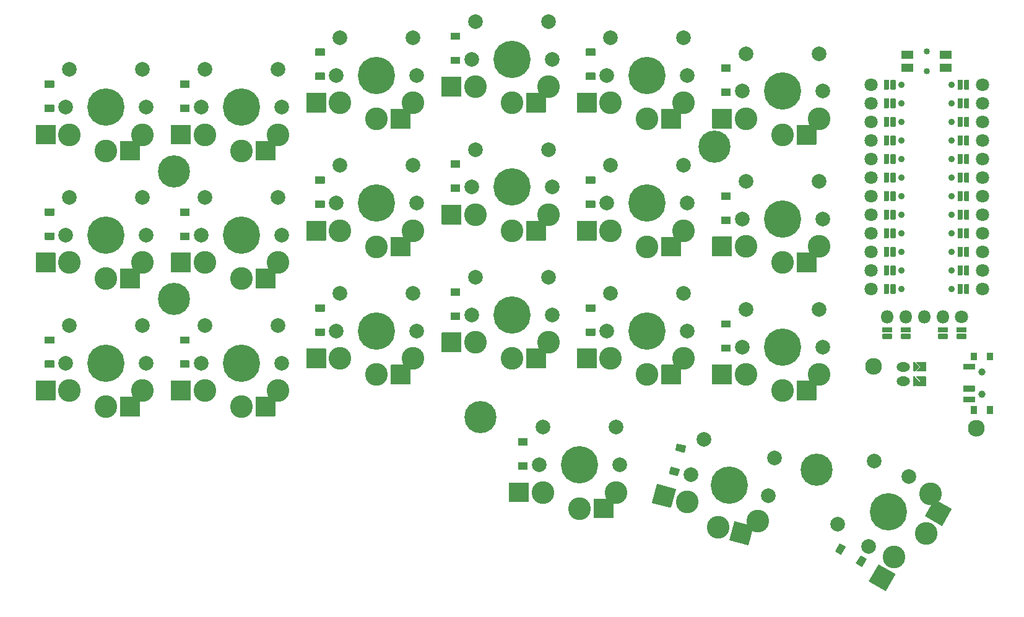
<source format=gbs>
G04 #@! TF.GenerationSoftware,KiCad,Pcbnew,8.0.8+1*
G04 #@! TF.CreationDate,2025-07-09T04:58:13+00:00*
G04 #@! TF.ProjectId,corney_island_wireless,636f726e-6579-45f6-9973-6c616e645f77,0.2*
G04 #@! TF.SameCoordinates,Original*
G04 #@! TF.FileFunction,Soldermask,Bot*
G04 #@! TF.FilePolarity,Negative*
%FSLAX46Y46*%
G04 Gerber Fmt 4.6, Leading zero omitted, Abs format (unit mm)*
G04 Created by KiCad (PCBNEW 8.0.8+1) date 2025-07-09 04:58:13*
%MOMM*%
%LPD*%
G01*
G04 APERTURE LIST*
%ADD10C,2.300000*%
%ADD11C,4.400000*%
%ADD12C,5.100000*%
%ADD13C,2.000000*%
%ADD14C,3.100000*%
%ADD15C,1.800000*%
%ADD16C,0.900000*%
%ADD17O,1.800000X1.800000*%
%ADD18C,1.000000*%
%ADD19C,0.850000*%
%ADD20O,1.850000X1.300000*%
G04 APERTURE END LIST*
D10*
X204927000Y-100438500D03*
X218969000Y-108882500D03*
D11*
X109250000Y-73750000D03*
X109250000Y-91250000D03*
X183218000Y-70423500D03*
X151157000Y-107365000D03*
X197157608Y-114631748D03*
D12*
X100000000Y-100000000D03*
D13*
X94500000Y-100000000D03*
X105500000Y-100000000D03*
X105000000Y-94850000D03*
D14*
X100000000Y-105950000D03*
G36*
G01*
X104625000Y-104650000D02*
X104625000Y-107250000D01*
G75*
G02*
X104575000Y-107300000I-50000J0D01*
G01*
X101975000Y-107300000D01*
G75*
G02*
X101925000Y-107250000I0J50000D01*
G01*
X101925000Y-104650000D01*
G75*
G02*
X101975000Y-104600000I50000J0D01*
G01*
X104575000Y-104600000D01*
G75*
G02*
X104625000Y-104650000I0J-50000D01*
G01*
G37*
G36*
G01*
X93075000Y-102450000D02*
X93075000Y-105050000D01*
G75*
G02*
X93025000Y-105100000I-50000J0D01*
G01*
X90425000Y-105100000D01*
G75*
G02*
X90375000Y-105050000I0J50000D01*
G01*
X90375000Y-102450000D01*
G75*
G02*
X90425000Y-102400000I50000J0D01*
G01*
X93025000Y-102400000D01*
G75*
G02*
X93075000Y-102450000I0J-50000D01*
G01*
G37*
X95000000Y-103750000D03*
D12*
X100000000Y-82500000D03*
D13*
X94500000Y-82500000D03*
X105500000Y-82500000D03*
X105000000Y-77350000D03*
D14*
X100000000Y-88450000D03*
G36*
G01*
X104625000Y-87150000D02*
X104625000Y-89750000D01*
G75*
G02*
X104575000Y-89800000I-50000J0D01*
G01*
X101975000Y-89800000D01*
G75*
G02*
X101925000Y-89750000I0J50000D01*
G01*
X101925000Y-87150000D01*
G75*
G02*
X101975000Y-87100000I50000J0D01*
G01*
X104575000Y-87100000D01*
G75*
G02*
X104625000Y-87150000I0J-50000D01*
G01*
G37*
G36*
G01*
X93075000Y-84950000D02*
X93075000Y-87550000D01*
G75*
G02*
X93025000Y-87600000I-50000J0D01*
G01*
X90425000Y-87600000D01*
G75*
G02*
X90375000Y-87550000I0J50000D01*
G01*
X90375000Y-84950000D01*
G75*
G02*
X90425000Y-84900000I50000J0D01*
G01*
X93025000Y-84900000D01*
G75*
G02*
X93075000Y-84950000I0J-50000D01*
G01*
G37*
X95000000Y-86250000D03*
D12*
X100000000Y-65000000D03*
D13*
X94500000Y-65000000D03*
X105500000Y-65000000D03*
X105000000Y-59850000D03*
D14*
X100000000Y-70950000D03*
G36*
G01*
X104625000Y-69650000D02*
X104625000Y-72250000D01*
G75*
G02*
X104575000Y-72300000I-50000J0D01*
G01*
X101975000Y-72300000D01*
G75*
G02*
X101925000Y-72250000I0J50000D01*
G01*
X101925000Y-69650000D01*
G75*
G02*
X101975000Y-69600000I50000J0D01*
G01*
X104575000Y-69600000D01*
G75*
G02*
X104625000Y-69650000I0J-50000D01*
G01*
G37*
G36*
G01*
X93075000Y-67450000D02*
X93075000Y-70050000D01*
G75*
G02*
X93025000Y-70100000I-50000J0D01*
G01*
X90425000Y-70100000D01*
G75*
G02*
X90375000Y-70050000I0J50000D01*
G01*
X90375000Y-67450000D01*
G75*
G02*
X90425000Y-67400000I50000J0D01*
G01*
X93025000Y-67400000D01*
G75*
G02*
X93075000Y-67450000I0J-50000D01*
G01*
G37*
X95000000Y-68750000D03*
D12*
X118500000Y-100000000D03*
D13*
X113000000Y-100000000D03*
X124000000Y-100000000D03*
X123500000Y-94850000D03*
D14*
X118500000Y-105950000D03*
G36*
G01*
X123125000Y-104650000D02*
X123125000Y-107250000D01*
G75*
G02*
X123075000Y-107300000I-50000J0D01*
G01*
X120475000Y-107300000D01*
G75*
G02*
X120425000Y-107250000I0J50000D01*
G01*
X120425000Y-104650000D01*
G75*
G02*
X120475000Y-104600000I50000J0D01*
G01*
X123075000Y-104600000D01*
G75*
G02*
X123125000Y-104650000I0J-50000D01*
G01*
G37*
G36*
G01*
X111575000Y-102450000D02*
X111575000Y-105050000D01*
G75*
G02*
X111525000Y-105100000I-50000J0D01*
G01*
X108925000Y-105100000D01*
G75*
G02*
X108875000Y-105050000I0J50000D01*
G01*
X108875000Y-102450000D01*
G75*
G02*
X108925000Y-102400000I50000J0D01*
G01*
X111525000Y-102400000D01*
G75*
G02*
X111575000Y-102450000I0J-50000D01*
G01*
G37*
X113500000Y-103750000D03*
D12*
X118500000Y-82500000D03*
D13*
X113000000Y-82500000D03*
X124000000Y-82500000D03*
X123500000Y-77350000D03*
D14*
X118500000Y-88450000D03*
G36*
G01*
X123125000Y-87150000D02*
X123125000Y-89750000D01*
G75*
G02*
X123075000Y-89800000I-50000J0D01*
G01*
X120475000Y-89800000D01*
G75*
G02*
X120425000Y-89750000I0J50000D01*
G01*
X120425000Y-87150000D01*
G75*
G02*
X120475000Y-87100000I50000J0D01*
G01*
X123075000Y-87100000D01*
G75*
G02*
X123125000Y-87150000I0J-50000D01*
G01*
G37*
G36*
G01*
X111575000Y-84950000D02*
X111575000Y-87550000D01*
G75*
G02*
X111525000Y-87600000I-50000J0D01*
G01*
X108925000Y-87600000D01*
G75*
G02*
X108875000Y-87550000I0J50000D01*
G01*
X108875000Y-84950000D01*
G75*
G02*
X108925000Y-84900000I50000J0D01*
G01*
X111525000Y-84900000D01*
G75*
G02*
X111575000Y-84950000I0J-50000D01*
G01*
G37*
X113500000Y-86250000D03*
D12*
X118500000Y-65000000D03*
D13*
X113000000Y-65000000D03*
X124000000Y-65000000D03*
X123500000Y-59850000D03*
D14*
X118500000Y-70950000D03*
G36*
G01*
X123125000Y-69650000D02*
X123125000Y-72250000D01*
G75*
G02*
X123075000Y-72300000I-50000J0D01*
G01*
X120475000Y-72300000D01*
G75*
G02*
X120425000Y-72250000I0J50000D01*
G01*
X120425000Y-69650000D01*
G75*
G02*
X120475000Y-69600000I50000J0D01*
G01*
X123075000Y-69600000D01*
G75*
G02*
X123125000Y-69650000I0J-50000D01*
G01*
G37*
G36*
G01*
X111575000Y-67450000D02*
X111575000Y-70050000D01*
G75*
G02*
X111525000Y-70100000I-50000J0D01*
G01*
X108925000Y-70100000D01*
G75*
G02*
X108875000Y-70050000I0J50000D01*
G01*
X108875000Y-67450000D01*
G75*
G02*
X108925000Y-67400000I50000J0D01*
G01*
X111525000Y-67400000D01*
G75*
G02*
X111575000Y-67450000I0J-50000D01*
G01*
G37*
X113500000Y-68750000D03*
D12*
X137000000Y-95625000D03*
D13*
X131500000Y-95625000D03*
X142500000Y-95625000D03*
X142000000Y-90475000D03*
D14*
X137000000Y-101575000D03*
G36*
G01*
X141625000Y-100275000D02*
X141625000Y-102875000D01*
G75*
G02*
X141575000Y-102925000I-50000J0D01*
G01*
X138975000Y-102925000D01*
G75*
G02*
X138925000Y-102875000I0J50000D01*
G01*
X138925000Y-100275000D01*
G75*
G02*
X138975000Y-100225000I50000J0D01*
G01*
X141575000Y-100225000D01*
G75*
G02*
X141625000Y-100275000I0J-50000D01*
G01*
G37*
G36*
G01*
X130075000Y-98075000D02*
X130075000Y-100675000D01*
G75*
G02*
X130025000Y-100725000I-50000J0D01*
G01*
X127425000Y-100725000D01*
G75*
G02*
X127375000Y-100675000I0J50000D01*
G01*
X127375000Y-98075000D01*
G75*
G02*
X127425000Y-98025000I50000J0D01*
G01*
X130025000Y-98025000D01*
G75*
G02*
X130075000Y-98075000I0J-50000D01*
G01*
G37*
X132000000Y-99375000D03*
D12*
X137000000Y-78125000D03*
D13*
X131500000Y-78125000D03*
X142500000Y-78125000D03*
X142000000Y-72975000D03*
D14*
X137000000Y-84075000D03*
G36*
G01*
X141625000Y-82775000D02*
X141625000Y-85375000D01*
G75*
G02*
X141575000Y-85425000I-50000J0D01*
G01*
X138975000Y-85425000D01*
G75*
G02*
X138925000Y-85375000I0J50000D01*
G01*
X138925000Y-82775000D01*
G75*
G02*
X138975000Y-82725000I50000J0D01*
G01*
X141575000Y-82725000D01*
G75*
G02*
X141625000Y-82775000I0J-50000D01*
G01*
G37*
G36*
G01*
X130075000Y-80575000D02*
X130075000Y-83175000D01*
G75*
G02*
X130025000Y-83225000I-50000J0D01*
G01*
X127425000Y-83225000D01*
G75*
G02*
X127375000Y-83175000I0J50000D01*
G01*
X127375000Y-80575000D01*
G75*
G02*
X127425000Y-80525000I50000J0D01*
G01*
X130025000Y-80525000D01*
G75*
G02*
X130075000Y-80575000I0J-50000D01*
G01*
G37*
X132000000Y-81875000D03*
D12*
X137000000Y-60625000D03*
D13*
X131500000Y-60625000D03*
X142500000Y-60625000D03*
X142000000Y-55475000D03*
D14*
X137000000Y-66575000D03*
G36*
G01*
X141625000Y-65275000D02*
X141625000Y-67875000D01*
G75*
G02*
X141575000Y-67925000I-50000J0D01*
G01*
X138975000Y-67925000D01*
G75*
G02*
X138925000Y-67875000I0J50000D01*
G01*
X138925000Y-65275000D01*
G75*
G02*
X138975000Y-65225000I50000J0D01*
G01*
X141575000Y-65225000D01*
G75*
G02*
X141625000Y-65275000I0J-50000D01*
G01*
G37*
G36*
G01*
X130075000Y-63075000D02*
X130075000Y-65675000D01*
G75*
G02*
X130025000Y-65725000I-50000J0D01*
G01*
X127425000Y-65725000D01*
G75*
G02*
X127375000Y-65675000I0J50000D01*
G01*
X127375000Y-63075000D01*
G75*
G02*
X127425000Y-63025000I50000J0D01*
G01*
X130025000Y-63025000D01*
G75*
G02*
X130075000Y-63075000I0J-50000D01*
G01*
G37*
X132000000Y-64375000D03*
D12*
X155500000Y-93437500D03*
D13*
X150000000Y-93437500D03*
X161000000Y-93437500D03*
X160500000Y-88287500D03*
D14*
X155500000Y-99387500D03*
G36*
G01*
X160125000Y-98087500D02*
X160125000Y-100687500D01*
G75*
G02*
X160075000Y-100737500I-50000J0D01*
G01*
X157475000Y-100737500D01*
G75*
G02*
X157425000Y-100687500I0J50000D01*
G01*
X157425000Y-98087500D01*
G75*
G02*
X157475000Y-98037500I50000J0D01*
G01*
X160075000Y-98037500D01*
G75*
G02*
X160125000Y-98087500I0J-50000D01*
G01*
G37*
G36*
G01*
X148575000Y-95887500D02*
X148575000Y-98487500D01*
G75*
G02*
X148525000Y-98537500I-50000J0D01*
G01*
X145925000Y-98537500D01*
G75*
G02*
X145875000Y-98487500I0J50000D01*
G01*
X145875000Y-95887500D01*
G75*
G02*
X145925000Y-95837500I50000J0D01*
G01*
X148525000Y-95837500D01*
G75*
G02*
X148575000Y-95887500I0J-50000D01*
G01*
G37*
X150500000Y-97187500D03*
D12*
X155500000Y-75937500D03*
D13*
X150000000Y-75937500D03*
X161000000Y-75937500D03*
X160500000Y-70787500D03*
D14*
X155500000Y-81887500D03*
G36*
G01*
X160125000Y-80587500D02*
X160125000Y-83187500D01*
G75*
G02*
X160075000Y-83237500I-50000J0D01*
G01*
X157475000Y-83237500D01*
G75*
G02*
X157425000Y-83187500I0J50000D01*
G01*
X157425000Y-80587500D01*
G75*
G02*
X157475000Y-80537500I50000J0D01*
G01*
X160075000Y-80537500D01*
G75*
G02*
X160125000Y-80587500I0J-50000D01*
G01*
G37*
G36*
G01*
X148575000Y-78387500D02*
X148575000Y-80987500D01*
G75*
G02*
X148525000Y-81037500I-50000J0D01*
G01*
X145925000Y-81037500D01*
G75*
G02*
X145875000Y-80987500I0J50000D01*
G01*
X145875000Y-78387500D01*
G75*
G02*
X145925000Y-78337500I50000J0D01*
G01*
X148525000Y-78337500D01*
G75*
G02*
X148575000Y-78387500I0J-50000D01*
G01*
G37*
X150500000Y-79687500D03*
D12*
X155500000Y-58437500D03*
D13*
X150000000Y-58437500D03*
X161000000Y-58437500D03*
X160500000Y-53287500D03*
D14*
X155500000Y-64387500D03*
G36*
G01*
X160125000Y-63087500D02*
X160125000Y-65687500D01*
G75*
G02*
X160075000Y-65737500I-50000J0D01*
G01*
X157475000Y-65737500D01*
G75*
G02*
X157425000Y-65687500I0J50000D01*
G01*
X157425000Y-63087500D01*
G75*
G02*
X157475000Y-63037500I50000J0D01*
G01*
X160075000Y-63037500D01*
G75*
G02*
X160125000Y-63087500I0J-50000D01*
G01*
G37*
G36*
G01*
X148575000Y-60887500D02*
X148575000Y-63487500D01*
G75*
G02*
X148525000Y-63537500I-50000J0D01*
G01*
X145925000Y-63537500D01*
G75*
G02*
X145875000Y-63487500I0J50000D01*
G01*
X145875000Y-60887500D01*
G75*
G02*
X145925000Y-60837500I50000J0D01*
G01*
X148525000Y-60837500D01*
G75*
G02*
X148575000Y-60887500I0J-50000D01*
G01*
G37*
X150500000Y-62187500D03*
D12*
X174000000Y-95625000D03*
D13*
X168500000Y-95625000D03*
X179500000Y-95625000D03*
X179000000Y-90475000D03*
D14*
X174000000Y-101575000D03*
G36*
G01*
X178625000Y-100275000D02*
X178625000Y-102875000D01*
G75*
G02*
X178575000Y-102925000I-50000J0D01*
G01*
X175975000Y-102925000D01*
G75*
G02*
X175925000Y-102875000I0J50000D01*
G01*
X175925000Y-100275000D01*
G75*
G02*
X175975000Y-100225000I50000J0D01*
G01*
X178575000Y-100225000D01*
G75*
G02*
X178625000Y-100275000I0J-50000D01*
G01*
G37*
G36*
G01*
X167075000Y-98075000D02*
X167075000Y-100675000D01*
G75*
G02*
X167025000Y-100725000I-50000J0D01*
G01*
X164425000Y-100725000D01*
G75*
G02*
X164375000Y-100675000I0J50000D01*
G01*
X164375000Y-98075000D01*
G75*
G02*
X164425000Y-98025000I50000J0D01*
G01*
X167025000Y-98025000D01*
G75*
G02*
X167075000Y-98075000I0J-50000D01*
G01*
G37*
X169000000Y-99375000D03*
D12*
X174000000Y-78125000D03*
D13*
X168500000Y-78125000D03*
X179500000Y-78125000D03*
X179000000Y-72975000D03*
D14*
X174000000Y-84075000D03*
G36*
G01*
X178625000Y-82775000D02*
X178625000Y-85375000D01*
G75*
G02*
X178575000Y-85425000I-50000J0D01*
G01*
X175975000Y-85425000D01*
G75*
G02*
X175925000Y-85375000I0J50000D01*
G01*
X175925000Y-82775000D01*
G75*
G02*
X175975000Y-82725000I50000J0D01*
G01*
X178575000Y-82725000D01*
G75*
G02*
X178625000Y-82775000I0J-50000D01*
G01*
G37*
G36*
G01*
X167075000Y-80575000D02*
X167075000Y-83175000D01*
G75*
G02*
X167025000Y-83225000I-50000J0D01*
G01*
X164425000Y-83225000D01*
G75*
G02*
X164375000Y-83175000I0J50000D01*
G01*
X164375000Y-80575000D01*
G75*
G02*
X164425000Y-80525000I50000J0D01*
G01*
X167025000Y-80525000D01*
G75*
G02*
X167075000Y-80575000I0J-50000D01*
G01*
G37*
X169000000Y-81875000D03*
D12*
X174000000Y-60625000D03*
D13*
X168500000Y-60625000D03*
X179500000Y-60625000D03*
X179000000Y-55475000D03*
D14*
X174000000Y-66575000D03*
G36*
G01*
X178625000Y-65275000D02*
X178625000Y-67875000D01*
G75*
G02*
X178575000Y-67925000I-50000J0D01*
G01*
X175975000Y-67925000D01*
G75*
G02*
X175925000Y-67875000I0J50000D01*
G01*
X175925000Y-65275000D01*
G75*
G02*
X175975000Y-65225000I50000J0D01*
G01*
X178575000Y-65225000D01*
G75*
G02*
X178625000Y-65275000I0J-50000D01*
G01*
G37*
G36*
G01*
X167075000Y-63075000D02*
X167075000Y-65675000D01*
G75*
G02*
X167025000Y-65725000I-50000J0D01*
G01*
X164425000Y-65725000D01*
G75*
G02*
X164375000Y-65675000I0J50000D01*
G01*
X164375000Y-63075000D01*
G75*
G02*
X164425000Y-63025000I50000J0D01*
G01*
X167025000Y-63025000D01*
G75*
G02*
X167075000Y-63075000I0J-50000D01*
G01*
G37*
X169000000Y-64375000D03*
D12*
X192500000Y-97812500D03*
D13*
X187000000Y-97812500D03*
X198000000Y-97812500D03*
X197500000Y-92662500D03*
D14*
X192500000Y-103762500D03*
G36*
G01*
X197125000Y-102462500D02*
X197125000Y-105062500D01*
G75*
G02*
X197075000Y-105112500I-50000J0D01*
G01*
X194475000Y-105112500D01*
G75*
G02*
X194425000Y-105062500I0J50000D01*
G01*
X194425000Y-102462500D01*
G75*
G02*
X194475000Y-102412500I50000J0D01*
G01*
X197075000Y-102412500D01*
G75*
G02*
X197125000Y-102462500I0J-50000D01*
G01*
G37*
G36*
G01*
X185575000Y-100262500D02*
X185575000Y-102862500D01*
G75*
G02*
X185525000Y-102912500I-50000J0D01*
G01*
X182925000Y-102912500D01*
G75*
G02*
X182875000Y-102862500I0J50000D01*
G01*
X182875000Y-100262500D01*
G75*
G02*
X182925000Y-100212500I50000J0D01*
G01*
X185525000Y-100212500D01*
G75*
G02*
X185575000Y-100262500I0J-50000D01*
G01*
G37*
X187500000Y-101562500D03*
D12*
X192500000Y-80312500D03*
D13*
X187000000Y-80312500D03*
X198000000Y-80312500D03*
X197500000Y-75162500D03*
D14*
X192500000Y-86262500D03*
G36*
G01*
X197125000Y-84962500D02*
X197125000Y-87562500D01*
G75*
G02*
X197075000Y-87612500I-50000J0D01*
G01*
X194475000Y-87612500D01*
G75*
G02*
X194425000Y-87562500I0J50000D01*
G01*
X194425000Y-84962500D01*
G75*
G02*
X194475000Y-84912500I50000J0D01*
G01*
X197075000Y-84912500D01*
G75*
G02*
X197125000Y-84962500I0J-50000D01*
G01*
G37*
G36*
G01*
X185575000Y-82762500D02*
X185575000Y-85362500D01*
G75*
G02*
X185525000Y-85412500I-50000J0D01*
G01*
X182925000Y-85412500D01*
G75*
G02*
X182875000Y-85362500I0J50000D01*
G01*
X182875000Y-82762500D01*
G75*
G02*
X182925000Y-82712500I50000J0D01*
G01*
X185525000Y-82712500D01*
G75*
G02*
X185575000Y-82762500I0J-50000D01*
G01*
G37*
X187500000Y-84062500D03*
D12*
X192500000Y-62812500D03*
D13*
X187000000Y-62812500D03*
X198000000Y-62812500D03*
X197500000Y-57662500D03*
D14*
X192500000Y-68762500D03*
G36*
G01*
X197125000Y-67462500D02*
X197125000Y-70062500D01*
G75*
G02*
X197075000Y-70112500I-50000J0D01*
G01*
X194475000Y-70112500D01*
G75*
G02*
X194425000Y-70062500I0J50000D01*
G01*
X194425000Y-67462500D01*
G75*
G02*
X194475000Y-67412500I50000J0D01*
G01*
X197075000Y-67412500D01*
G75*
G02*
X197125000Y-67462500I0J-50000D01*
G01*
G37*
G36*
G01*
X185575000Y-65262500D02*
X185575000Y-67862500D01*
G75*
G02*
X185525000Y-67912500I-50000J0D01*
G01*
X182925000Y-67912500D01*
G75*
G02*
X182875000Y-67862500I0J50000D01*
G01*
X182875000Y-65262500D01*
G75*
G02*
X182925000Y-65212500I50000J0D01*
G01*
X185525000Y-65212500D01*
G75*
G02*
X185575000Y-65262500I0J-50000D01*
G01*
G37*
X187500000Y-66562500D03*
D12*
X164750000Y-113937500D03*
D13*
X159250000Y-113937500D03*
X170250000Y-113937500D03*
X169750000Y-108787500D03*
D14*
X164750000Y-119887500D03*
G36*
G01*
X169375000Y-118587500D02*
X169375000Y-121187500D01*
G75*
G02*
X169325000Y-121237500I-50000J0D01*
G01*
X166725000Y-121237500D01*
G75*
G02*
X166675000Y-121187500I0J50000D01*
G01*
X166675000Y-118587500D01*
G75*
G02*
X166725000Y-118537500I50000J0D01*
G01*
X169325000Y-118537500D01*
G75*
G02*
X169375000Y-118587500I0J-50000D01*
G01*
G37*
G36*
G01*
X157825000Y-116387500D02*
X157825000Y-118987500D01*
G75*
G02*
X157775000Y-119037500I-50000J0D01*
G01*
X155175000Y-119037500D01*
G75*
G02*
X155125000Y-118987500I0J50000D01*
G01*
X155125000Y-116387500D01*
G75*
G02*
X155175000Y-116337500I50000J0D01*
G01*
X157775000Y-116337500D01*
G75*
G02*
X157825000Y-116387500I0J-50000D01*
G01*
G37*
X159750000Y-117687500D03*
D12*
X185250000Y-116687500D03*
D13*
X179937408Y-115263995D03*
X190562592Y-118111005D03*
X191412547Y-113007077D03*
D14*
X183710027Y-122434759D03*
G36*
G01*
X188513898Y-122376093D02*
X187840969Y-124887500D01*
G75*
G02*
X187779732Y-124922855I-48296J12941D01*
G01*
X185268325Y-124249926D01*
G75*
G02*
X185232970Y-124188689I12941J48296D01*
G01*
X185905899Y-121677282D01*
G75*
G02*
X185967136Y-121641927I48296J-12941D01*
G01*
X188478543Y-122314856D01*
G75*
G02*
X188513898Y-122376093I-12941J-48296D01*
G01*
G37*
G36*
G01*
X177926856Y-117261696D02*
X177253927Y-119773103D01*
G75*
G02*
X177192690Y-119808458I-48296J12941D01*
G01*
X174681283Y-119135529D01*
G75*
G02*
X174645928Y-119074292I12941J48296D01*
G01*
X175318857Y-116562885D01*
G75*
G02*
X175380094Y-116527530I48296J-12941D01*
G01*
X177891501Y-117200459D01*
G75*
G02*
X177926856Y-117261696I-12941J-48296D01*
G01*
G37*
X179449799Y-119015627D03*
D12*
X207013843Y-120322248D03*
D13*
X204263843Y-125085388D03*
X209763843Y-115559108D03*
X205053812Y-113417121D03*
D14*
X212166694Y-123297248D03*
G36*
G01*
X213353361Y-118641881D02*
X215605027Y-119941881D01*
G75*
G02*
X215623328Y-120010182I-25000J-43301D01*
G01*
X214323328Y-122261848D01*
G75*
G02*
X214255027Y-122280149I-43301J25000D01*
G01*
X212003361Y-120980149D01*
G75*
G02*
X211985060Y-120911848I25000J43301D01*
G01*
X213285060Y-118660182D01*
G75*
G02*
X213353361Y-118641881I43301J-25000D01*
G01*
G37*
G36*
G01*
X205673105Y-127544474D02*
X207924771Y-128844474D01*
G75*
G02*
X207943072Y-128912775I-25000J-43301D01*
G01*
X206643072Y-131164441D01*
G75*
G02*
X206574771Y-131182742I-43301J25000D01*
G01*
X204323105Y-129882742D01*
G75*
G02*
X204304804Y-129814441I25000J43301D01*
G01*
X205604804Y-127562775D01*
G75*
G02*
X205673105Y-127544474I43301J-25000D01*
G01*
G37*
X207761438Y-126527375D03*
G36*
G01*
X91650000Y-96350000D02*
X92850000Y-96350000D01*
G75*
G02*
X92900000Y-96400000I0J-50000D01*
G01*
X92900000Y-97300000D01*
G75*
G02*
X92850000Y-97350000I-50000J0D01*
G01*
X91650000Y-97350000D01*
G75*
G02*
X91600000Y-97300000I0J50000D01*
G01*
X91600000Y-96400000D01*
G75*
G02*
X91650000Y-96350000I50000J0D01*
G01*
G37*
G36*
G01*
X91650000Y-99650000D02*
X92850000Y-99650000D01*
G75*
G02*
X92900000Y-99700000I0J-50000D01*
G01*
X92900000Y-100600000D01*
G75*
G02*
X92850000Y-100650000I-50000J0D01*
G01*
X91650000Y-100650000D01*
G75*
G02*
X91600000Y-100600000I0J50000D01*
G01*
X91600000Y-99700000D01*
G75*
G02*
X91650000Y-99650000I50000J0D01*
G01*
G37*
G36*
G01*
X91650000Y-78850000D02*
X92850000Y-78850000D01*
G75*
G02*
X92900000Y-78900000I0J-50000D01*
G01*
X92900000Y-79800000D01*
G75*
G02*
X92850000Y-79850000I-50000J0D01*
G01*
X91650000Y-79850000D01*
G75*
G02*
X91600000Y-79800000I0J50000D01*
G01*
X91600000Y-78900000D01*
G75*
G02*
X91650000Y-78850000I50000J0D01*
G01*
G37*
G36*
G01*
X91650000Y-82150000D02*
X92850000Y-82150000D01*
G75*
G02*
X92900000Y-82200000I0J-50000D01*
G01*
X92900000Y-83100000D01*
G75*
G02*
X92850000Y-83150000I-50000J0D01*
G01*
X91650000Y-83150000D01*
G75*
G02*
X91600000Y-83100000I0J50000D01*
G01*
X91600000Y-82200000D01*
G75*
G02*
X91650000Y-82150000I50000J0D01*
G01*
G37*
G36*
G01*
X91650000Y-61350000D02*
X92850000Y-61350000D01*
G75*
G02*
X92900000Y-61400000I0J-50000D01*
G01*
X92900000Y-62300000D01*
G75*
G02*
X92850000Y-62350000I-50000J0D01*
G01*
X91650000Y-62350000D01*
G75*
G02*
X91600000Y-62300000I0J50000D01*
G01*
X91600000Y-61400000D01*
G75*
G02*
X91650000Y-61350000I50000J0D01*
G01*
G37*
G36*
G01*
X91650000Y-64650000D02*
X92850000Y-64650000D01*
G75*
G02*
X92900000Y-64700000I0J-50000D01*
G01*
X92900000Y-65600000D01*
G75*
G02*
X92850000Y-65650000I-50000J0D01*
G01*
X91650000Y-65650000D01*
G75*
G02*
X91600000Y-65600000I0J50000D01*
G01*
X91600000Y-64700000D01*
G75*
G02*
X91650000Y-64650000I50000J0D01*
G01*
G37*
G36*
G01*
X110150000Y-96350000D02*
X111350000Y-96350000D01*
G75*
G02*
X111400000Y-96400000I0J-50000D01*
G01*
X111400000Y-97300000D01*
G75*
G02*
X111350000Y-97350000I-50000J0D01*
G01*
X110150000Y-97350000D01*
G75*
G02*
X110100000Y-97300000I0J50000D01*
G01*
X110100000Y-96400000D01*
G75*
G02*
X110150000Y-96350000I50000J0D01*
G01*
G37*
G36*
G01*
X110150000Y-99650000D02*
X111350000Y-99650000D01*
G75*
G02*
X111400000Y-99700000I0J-50000D01*
G01*
X111400000Y-100600000D01*
G75*
G02*
X111350000Y-100650000I-50000J0D01*
G01*
X110150000Y-100650000D01*
G75*
G02*
X110100000Y-100600000I0J50000D01*
G01*
X110100000Y-99700000D01*
G75*
G02*
X110150000Y-99650000I50000J0D01*
G01*
G37*
G36*
G01*
X110150000Y-78850000D02*
X111350000Y-78850000D01*
G75*
G02*
X111400000Y-78900000I0J-50000D01*
G01*
X111400000Y-79800000D01*
G75*
G02*
X111350000Y-79850000I-50000J0D01*
G01*
X110150000Y-79850000D01*
G75*
G02*
X110100000Y-79800000I0J50000D01*
G01*
X110100000Y-78900000D01*
G75*
G02*
X110150000Y-78850000I50000J0D01*
G01*
G37*
G36*
G01*
X110150000Y-82150000D02*
X111350000Y-82150000D01*
G75*
G02*
X111400000Y-82200000I0J-50000D01*
G01*
X111400000Y-83100000D01*
G75*
G02*
X111350000Y-83150000I-50000J0D01*
G01*
X110150000Y-83150000D01*
G75*
G02*
X110100000Y-83100000I0J50000D01*
G01*
X110100000Y-82200000D01*
G75*
G02*
X110150000Y-82150000I50000J0D01*
G01*
G37*
G36*
G01*
X110150000Y-61350000D02*
X111350000Y-61350000D01*
G75*
G02*
X111400000Y-61400000I0J-50000D01*
G01*
X111400000Y-62300000D01*
G75*
G02*
X111350000Y-62350000I-50000J0D01*
G01*
X110150000Y-62350000D01*
G75*
G02*
X110100000Y-62300000I0J50000D01*
G01*
X110100000Y-61400000D01*
G75*
G02*
X110150000Y-61350000I50000J0D01*
G01*
G37*
G36*
G01*
X110150000Y-64650000D02*
X111350000Y-64650000D01*
G75*
G02*
X111400000Y-64700000I0J-50000D01*
G01*
X111400000Y-65600000D01*
G75*
G02*
X111350000Y-65650000I-50000J0D01*
G01*
X110150000Y-65650000D01*
G75*
G02*
X110100000Y-65600000I0J50000D01*
G01*
X110100000Y-64700000D01*
G75*
G02*
X110150000Y-64650000I50000J0D01*
G01*
G37*
G36*
G01*
X128650000Y-91975000D02*
X129850000Y-91975000D01*
G75*
G02*
X129900000Y-92025000I0J-50000D01*
G01*
X129900000Y-92925000D01*
G75*
G02*
X129850000Y-92975000I-50000J0D01*
G01*
X128650000Y-92975000D01*
G75*
G02*
X128600000Y-92925000I0J50000D01*
G01*
X128600000Y-92025000D01*
G75*
G02*
X128650000Y-91975000I50000J0D01*
G01*
G37*
G36*
G01*
X128650000Y-95275000D02*
X129850000Y-95275000D01*
G75*
G02*
X129900000Y-95325000I0J-50000D01*
G01*
X129900000Y-96225000D01*
G75*
G02*
X129850000Y-96275000I-50000J0D01*
G01*
X128650000Y-96275000D01*
G75*
G02*
X128600000Y-96225000I0J50000D01*
G01*
X128600000Y-95325000D01*
G75*
G02*
X128650000Y-95275000I50000J0D01*
G01*
G37*
G36*
G01*
X128650000Y-74475000D02*
X129850000Y-74475000D01*
G75*
G02*
X129900000Y-74525000I0J-50000D01*
G01*
X129900000Y-75425000D01*
G75*
G02*
X129850000Y-75475000I-50000J0D01*
G01*
X128650000Y-75475000D01*
G75*
G02*
X128600000Y-75425000I0J50000D01*
G01*
X128600000Y-74525000D01*
G75*
G02*
X128650000Y-74475000I50000J0D01*
G01*
G37*
G36*
G01*
X128650000Y-77775000D02*
X129850000Y-77775000D01*
G75*
G02*
X129900000Y-77825000I0J-50000D01*
G01*
X129900000Y-78725000D01*
G75*
G02*
X129850000Y-78775000I-50000J0D01*
G01*
X128650000Y-78775000D01*
G75*
G02*
X128600000Y-78725000I0J50000D01*
G01*
X128600000Y-77825000D01*
G75*
G02*
X128650000Y-77775000I50000J0D01*
G01*
G37*
G36*
G01*
X128650000Y-56975000D02*
X129850000Y-56975000D01*
G75*
G02*
X129900000Y-57025000I0J-50000D01*
G01*
X129900000Y-57925000D01*
G75*
G02*
X129850000Y-57975000I-50000J0D01*
G01*
X128650000Y-57975000D01*
G75*
G02*
X128600000Y-57925000I0J50000D01*
G01*
X128600000Y-57025000D01*
G75*
G02*
X128650000Y-56975000I50000J0D01*
G01*
G37*
G36*
G01*
X128650000Y-60275000D02*
X129850000Y-60275000D01*
G75*
G02*
X129900000Y-60325000I0J-50000D01*
G01*
X129900000Y-61225000D01*
G75*
G02*
X129850000Y-61275000I-50000J0D01*
G01*
X128650000Y-61275000D01*
G75*
G02*
X128600000Y-61225000I0J50000D01*
G01*
X128600000Y-60325000D01*
G75*
G02*
X128650000Y-60275000I50000J0D01*
G01*
G37*
G36*
G01*
X147150000Y-89787500D02*
X148350000Y-89787500D01*
G75*
G02*
X148400000Y-89837500I0J-50000D01*
G01*
X148400000Y-90737500D01*
G75*
G02*
X148350000Y-90787500I-50000J0D01*
G01*
X147150000Y-90787500D01*
G75*
G02*
X147100000Y-90737500I0J50000D01*
G01*
X147100000Y-89837500D01*
G75*
G02*
X147150000Y-89787500I50000J0D01*
G01*
G37*
G36*
G01*
X147150000Y-93087500D02*
X148350000Y-93087500D01*
G75*
G02*
X148400000Y-93137500I0J-50000D01*
G01*
X148400000Y-94037500D01*
G75*
G02*
X148350000Y-94087500I-50000J0D01*
G01*
X147150000Y-94087500D01*
G75*
G02*
X147100000Y-94037500I0J50000D01*
G01*
X147100000Y-93137500D01*
G75*
G02*
X147150000Y-93087500I50000J0D01*
G01*
G37*
G36*
G01*
X147150000Y-72287500D02*
X148350000Y-72287500D01*
G75*
G02*
X148400000Y-72337500I0J-50000D01*
G01*
X148400000Y-73237500D01*
G75*
G02*
X148350000Y-73287500I-50000J0D01*
G01*
X147150000Y-73287500D01*
G75*
G02*
X147100000Y-73237500I0J50000D01*
G01*
X147100000Y-72337500D01*
G75*
G02*
X147150000Y-72287500I50000J0D01*
G01*
G37*
G36*
G01*
X147150000Y-75587500D02*
X148350000Y-75587500D01*
G75*
G02*
X148400000Y-75637500I0J-50000D01*
G01*
X148400000Y-76537500D01*
G75*
G02*
X148350000Y-76587500I-50000J0D01*
G01*
X147150000Y-76587500D01*
G75*
G02*
X147100000Y-76537500I0J50000D01*
G01*
X147100000Y-75637500D01*
G75*
G02*
X147150000Y-75587500I50000J0D01*
G01*
G37*
G36*
G01*
X147150000Y-54787500D02*
X148350000Y-54787500D01*
G75*
G02*
X148400000Y-54837500I0J-50000D01*
G01*
X148400000Y-55737500D01*
G75*
G02*
X148350000Y-55787500I-50000J0D01*
G01*
X147150000Y-55787500D01*
G75*
G02*
X147100000Y-55737500I0J50000D01*
G01*
X147100000Y-54837500D01*
G75*
G02*
X147150000Y-54787500I50000J0D01*
G01*
G37*
G36*
G01*
X147150000Y-58087500D02*
X148350000Y-58087500D01*
G75*
G02*
X148400000Y-58137500I0J-50000D01*
G01*
X148400000Y-59037500D01*
G75*
G02*
X148350000Y-59087500I-50000J0D01*
G01*
X147150000Y-59087500D01*
G75*
G02*
X147100000Y-59037500I0J50000D01*
G01*
X147100000Y-58137500D01*
G75*
G02*
X147150000Y-58087500I50000J0D01*
G01*
G37*
G36*
G01*
X165650000Y-91975000D02*
X166850000Y-91975000D01*
G75*
G02*
X166900000Y-92025000I0J-50000D01*
G01*
X166900000Y-92925000D01*
G75*
G02*
X166850000Y-92975000I-50000J0D01*
G01*
X165650000Y-92975000D01*
G75*
G02*
X165600000Y-92925000I0J50000D01*
G01*
X165600000Y-92025000D01*
G75*
G02*
X165650000Y-91975000I50000J0D01*
G01*
G37*
G36*
G01*
X165650000Y-95275000D02*
X166850000Y-95275000D01*
G75*
G02*
X166900000Y-95325000I0J-50000D01*
G01*
X166900000Y-96225000D01*
G75*
G02*
X166850000Y-96275000I-50000J0D01*
G01*
X165650000Y-96275000D01*
G75*
G02*
X165600000Y-96225000I0J50000D01*
G01*
X165600000Y-95325000D01*
G75*
G02*
X165650000Y-95275000I50000J0D01*
G01*
G37*
G36*
G01*
X165650000Y-74475000D02*
X166850000Y-74475000D01*
G75*
G02*
X166900000Y-74525000I0J-50000D01*
G01*
X166900000Y-75425000D01*
G75*
G02*
X166850000Y-75475000I-50000J0D01*
G01*
X165650000Y-75475000D01*
G75*
G02*
X165600000Y-75425000I0J50000D01*
G01*
X165600000Y-74525000D01*
G75*
G02*
X165650000Y-74475000I50000J0D01*
G01*
G37*
G36*
G01*
X165650000Y-77775000D02*
X166850000Y-77775000D01*
G75*
G02*
X166900000Y-77825000I0J-50000D01*
G01*
X166900000Y-78725000D01*
G75*
G02*
X166850000Y-78775000I-50000J0D01*
G01*
X165650000Y-78775000D01*
G75*
G02*
X165600000Y-78725000I0J50000D01*
G01*
X165600000Y-77825000D01*
G75*
G02*
X165650000Y-77775000I50000J0D01*
G01*
G37*
G36*
G01*
X165650000Y-56975000D02*
X166850000Y-56975000D01*
G75*
G02*
X166900000Y-57025000I0J-50000D01*
G01*
X166900000Y-57925000D01*
G75*
G02*
X166850000Y-57975000I-50000J0D01*
G01*
X165650000Y-57975000D01*
G75*
G02*
X165600000Y-57925000I0J50000D01*
G01*
X165600000Y-57025000D01*
G75*
G02*
X165650000Y-56975000I50000J0D01*
G01*
G37*
G36*
G01*
X165650000Y-60275000D02*
X166850000Y-60275000D01*
G75*
G02*
X166900000Y-60325000I0J-50000D01*
G01*
X166900000Y-61225000D01*
G75*
G02*
X166850000Y-61275000I-50000J0D01*
G01*
X165650000Y-61275000D01*
G75*
G02*
X165600000Y-61225000I0J50000D01*
G01*
X165600000Y-60325000D01*
G75*
G02*
X165650000Y-60275000I50000J0D01*
G01*
G37*
G36*
G01*
X184150000Y-94162500D02*
X185350000Y-94162500D01*
G75*
G02*
X185400000Y-94212500I0J-50000D01*
G01*
X185400000Y-95112500D01*
G75*
G02*
X185350000Y-95162500I-50000J0D01*
G01*
X184150000Y-95162500D01*
G75*
G02*
X184100000Y-95112500I0J50000D01*
G01*
X184100000Y-94212500D01*
G75*
G02*
X184150000Y-94162500I50000J0D01*
G01*
G37*
G36*
G01*
X184150000Y-97462500D02*
X185350000Y-97462500D01*
G75*
G02*
X185400000Y-97512500I0J-50000D01*
G01*
X185400000Y-98412500D01*
G75*
G02*
X185350000Y-98462500I-50000J0D01*
G01*
X184150000Y-98462500D01*
G75*
G02*
X184100000Y-98412500I0J50000D01*
G01*
X184100000Y-97512500D01*
G75*
G02*
X184150000Y-97462500I50000J0D01*
G01*
G37*
G36*
G01*
X184150000Y-76662500D02*
X185350000Y-76662500D01*
G75*
G02*
X185400000Y-76712500I0J-50000D01*
G01*
X185400000Y-77612500D01*
G75*
G02*
X185350000Y-77662500I-50000J0D01*
G01*
X184150000Y-77662500D01*
G75*
G02*
X184100000Y-77612500I0J50000D01*
G01*
X184100000Y-76712500D01*
G75*
G02*
X184150000Y-76662500I50000J0D01*
G01*
G37*
G36*
G01*
X184150000Y-79962500D02*
X185350000Y-79962500D01*
G75*
G02*
X185400000Y-80012500I0J-50000D01*
G01*
X185400000Y-80912500D01*
G75*
G02*
X185350000Y-80962500I-50000J0D01*
G01*
X184150000Y-80962500D01*
G75*
G02*
X184100000Y-80912500I0J50000D01*
G01*
X184100000Y-80012500D01*
G75*
G02*
X184150000Y-79962500I50000J0D01*
G01*
G37*
G36*
G01*
X184150000Y-59162500D02*
X185350000Y-59162500D01*
G75*
G02*
X185400000Y-59212500I0J-50000D01*
G01*
X185400000Y-60112500D01*
G75*
G02*
X185350000Y-60162500I-50000J0D01*
G01*
X184150000Y-60162500D01*
G75*
G02*
X184100000Y-60112500I0J50000D01*
G01*
X184100000Y-59212500D01*
G75*
G02*
X184150000Y-59162500I50000J0D01*
G01*
G37*
G36*
G01*
X184150000Y-62462500D02*
X185350000Y-62462500D01*
G75*
G02*
X185400000Y-62512500I0J-50000D01*
G01*
X185400000Y-63412500D01*
G75*
G02*
X185350000Y-63462500I-50000J0D01*
G01*
X184150000Y-63462500D01*
G75*
G02*
X184100000Y-63412500I0J50000D01*
G01*
X184100000Y-62512500D01*
G75*
G02*
X184150000Y-62462500I50000J0D01*
G01*
G37*
G36*
G01*
X156400000Y-110287500D02*
X157600000Y-110287500D01*
G75*
G02*
X157650000Y-110337500I0J-50000D01*
G01*
X157650000Y-111237500D01*
G75*
G02*
X157600000Y-111287500I-50000J0D01*
G01*
X156400000Y-111287500D01*
G75*
G02*
X156350000Y-111237500I0J50000D01*
G01*
X156350000Y-110337500D01*
G75*
G02*
X156400000Y-110287500I50000J0D01*
G01*
G37*
G36*
G01*
X156400000Y-113587500D02*
X157600000Y-113587500D01*
G75*
G02*
X157650000Y-113637500I0J-50000D01*
G01*
X157650000Y-114537500D01*
G75*
G02*
X157600000Y-114587500I-50000J0D01*
G01*
X156400000Y-114587500D01*
G75*
G02*
X156350000Y-114537500I0J50000D01*
G01*
X156350000Y-113637500D01*
G75*
G02*
X156400000Y-113587500I50000J0D01*
G01*
G37*
G36*
G01*
X178129208Y-111000732D02*
X179288319Y-111311315D01*
G75*
G02*
X179323674Y-111372552I-12941J-48296D01*
G01*
X179090737Y-112241885D01*
G75*
G02*
X179029500Y-112277240I-48296J12941D01*
G01*
X177870389Y-111966657D01*
G75*
G02*
X177835034Y-111905420I12941J48296D01*
G01*
X178067971Y-111036087D01*
G75*
G02*
X178129208Y-111000732I48296J-12941D01*
G01*
G37*
G36*
G01*
X177275106Y-114188288D02*
X178434217Y-114498871D01*
G75*
G02*
X178469572Y-114560108I-12941J-48296D01*
G01*
X178236635Y-115429441D01*
G75*
G02*
X178175398Y-115464796I-48296J12941D01*
G01*
X177016287Y-115154213D01*
G75*
G02*
X176980932Y-115092976I12941J48296D01*
G01*
X177213869Y-114223643D01*
G75*
G02*
X177275106Y-114188288I48296J-12941D01*
G01*
G37*
G36*
G01*
X199677851Y-125728560D02*
X200277851Y-124689330D01*
G75*
G02*
X200346152Y-124671029I43301J-25000D01*
G01*
X201125574Y-125121029D01*
G75*
G02*
X201143875Y-125189330I-25000J-43301D01*
G01*
X200543875Y-126228560D01*
G75*
G02*
X200475574Y-126246861I-43301J25000D01*
G01*
X199696152Y-125796861D01*
G75*
G02*
X199677851Y-125728560I25000J43301D01*
G01*
G37*
G36*
G01*
X202535735Y-127378560D02*
X203135735Y-126339330D01*
G75*
G02*
X203204036Y-126321029I43301J-25000D01*
G01*
X203983458Y-126771029D01*
G75*
G02*
X204001759Y-126839330I-25000J-43301D01*
G01*
X203401759Y-127878560D01*
G75*
G02*
X203333458Y-127896861I-43301J25000D01*
G01*
X202554036Y-127446861D01*
G75*
G02*
X202535735Y-127378560I25000J43301D01*
G01*
G37*
D12*
X100000000Y-100000000D03*
D13*
X94500000Y-100000000D03*
X105500000Y-100000000D03*
X95000000Y-94850000D03*
D14*
X100000000Y-105950000D03*
X105000000Y-103750000D03*
D12*
X100000000Y-82500000D03*
D13*
X94500000Y-82500000D03*
X105500000Y-82500000D03*
X95000000Y-77350000D03*
D14*
X100000000Y-88450000D03*
X105000000Y-86250000D03*
D12*
X100000000Y-65000000D03*
D13*
X94500000Y-65000000D03*
X105500000Y-65000000D03*
X95000000Y-59850000D03*
D14*
X100000000Y-70950000D03*
X105000000Y-68750000D03*
D12*
X118500000Y-100000000D03*
D13*
X113000000Y-100000000D03*
X124000000Y-100000000D03*
X113500000Y-94850000D03*
D14*
X118500000Y-105950000D03*
X123500000Y-103750000D03*
D12*
X118500000Y-82500000D03*
D13*
X113000000Y-82500000D03*
X124000000Y-82500000D03*
X113500000Y-77350000D03*
D14*
X118500000Y-88450000D03*
X123500000Y-86250000D03*
D12*
X118500000Y-65000000D03*
D13*
X113000000Y-65000000D03*
X124000000Y-65000000D03*
X113500000Y-59850000D03*
D14*
X118500000Y-70950000D03*
X123500000Y-68750000D03*
D12*
X137000000Y-95625000D03*
D13*
X131500000Y-95625000D03*
X142500000Y-95625000D03*
X132000000Y-90475000D03*
D14*
X137000000Y-101575000D03*
X142000000Y-99375000D03*
D12*
X137000000Y-78125000D03*
D13*
X131500000Y-78125000D03*
X142500000Y-78125000D03*
X132000000Y-72975000D03*
D14*
X137000000Y-84075000D03*
X142000000Y-81875000D03*
D12*
X137000000Y-60625000D03*
D13*
X131500000Y-60625000D03*
X142500000Y-60625000D03*
X132000000Y-55475000D03*
D14*
X137000000Y-66575000D03*
X142000000Y-64375000D03*
D12*
X155500000Y-93437500D03*
D13*
X150000000Y-93437500D03*
X161000000Y-93437500D03*
X150500000Y-88287500D03*
D14*
X155500000Y-99387500D03*
X160500000Y-97187500D03*
D12*
X155500000Y-75937500D03*
D13*
X150000000Y-75937500D03*
X161000000Y-75937500D03*
X150500000Y-70787500D03*
D14*
X155500000Y-81887500D03*
X160500000Y-79687500D03*
D12*
X155500000Y-58437500D03*
D13*
X150000000Y-58437500D03*
X161000000Y-58437500D03*
X150500000Y-53287500D03*
D14*
X155500000Y-64387500D03*
X160500000Y-62187500D03*
D12*
X174000000Y-95625000D03*
D13*
X168500000Y-95625000D03*
X179500000Y-95625000D03*
X169000000Y-90475000D03*
D14*
X174000000Y-101575000D03*
X179000000Y-99375000D03*
D12*
X174000000Y-78125000D03*
D13*
X168500000Y-78125000D03*
X179500000Y-78125000D03*
X169000000Y-72975000D03*
D14*
X174000000Y-84075000D03*
X179000000Y-81875000D03*
D12*
X174000000Y-60625000D03*
D13*
X168500000Y-60625000D03*
X179500000Y-60625000D03*
X169000000Y-55475000D03*
D14*
X174000000Y-66575000D03*
X179000000Y-64375000D03*
D12*
X192500000Y-97812500D03*
D13*
X187000000Y-97812500D03*
X198000000Y-97812500D03*
X187500000Y-92662500D03*
D14*
X192500000Y-103762500D03*
X197500000Y-101562500D03*
D12*
X192500000Y-80312500D03*
D13*
X187000000Y-80312500D03*
X198000000Y-80312500D03*
X187500000Y-75162500D03*
D14*
X192500000Y-86262500D03*
X197500000Y-84062500D03*
D12*
X192500000Y-62812500D03*
D13*
X187000000Y-62812500D03*
X198000000Y-62812500D03*
X187500000Y-57662500D03*
D14*
X192500000Y-68762500D03*
X197500000Y-66562500D03*
D12*
X164750000Y-113937500D03*
D13*
X159250000Y-113937500D03*
X170250000Y-113937500D03*
X159750000Y-108787500D03*
D14*
X164750000Y-119887500D03*
X169750000Y-117687500D03*
D12*
X185250000Y-116687500D03*
D13*
X179937408Y-115263995D03*
X190562592Y-118111005D03*
X181753289Y-110418887D03*
D14*
X183710027Y-122434759D03*
X189109058Y-121603817D03*
D12*
X207013843Y-120322248D03*
D13*
X204263843Y-125085388D03*
X209763843Y-115559108D03*
X200053812Y-122077375D03*
D14*
X212166694Y-123297248D03*
X212761438Y-117867121D03*
D15*
X204584000Y-61920000D03*
X219824000Y-61920000D03*
D16*
X208804000Y-61920000D03*
X215604000Y-61920000D03*
G36*
G01*
X206374000Y-62520000D02*
X206374000Y-61320000D01*
G75*
G02*
X206424000Y-61270000I50000J0D01*
G01*
X207024000Y-61270000D01*
G75*
G02*
X207074000Y-61320000I0J-50000D01*
G01*
X207074000Y-62520000D01*
G75*
G02*
X207024000Y-62570000I-50000J0D01*
G01*
X206424000Y-62570000D01*
G75*
G02*
X206374000Y-62520000I0J50000D01*
G01*
G37*
G36*
G01*
X207274000Y-62520000D02*
X207274000Y-61320000D01*
G75*
G02*
X207324000Y-61270000I50000J0D01*
G01*
X207924000Y-61270000D01*
G75*
G02*
X207974000Y-61320000I0J-50000D01*
G01*
X207974000Y-62520000D01*
G75*
G02*
X207924000Y-62570000I-50000J0D01*
G01*
X207324000Y-62570000D01*
G75*
G02*
X207274000Y-62520000I0J50000D01*
G01*
G37*
G36*
G01*
X216434000Y-62520000D02*
X216434000Y-61320000D01*
G75*
G02*
X216484000Y-61270000I50000J0D01*
G01*
X217084000Y-61270000D01*
G75*
G02*
X217134000Y-61320000I0J-50000D01*
G01*
X217134000Y-62520000D01*
G75*
G02*
X217084000Y-62570000I-50000J0D01*
G01*
X216484000Y-62570000D01*
G75*
G02*
X216434000Y-62520000I0J50000D01*
G01*
G37*
G36*
G01*
X217334000Y-62520000D02*
X217334000Y-61320000D01*
G75*
G02*
X217384000Y-61270000I50000J0D01*
G01*
X217984000Y-61270000D01*
G75*
G02*
X218034000Y-61320000I0J-50000D01*
G01*
X218034000Y-62520000D01*
G75*
G02*
X217984000Y-62570000I-50000J0D01*
G01*
X217384000Y-62570000D01*
G75*
G02*
X217334000Y-62520000I0J50000D01*
G01*
G37*
D15*
X204584000Y-64460000D03*
X219824000Y-64460000D03*
D16*
X208804000Y-64460000D03*
X215604000Y-64460000D03*
G36*
G01*
X206374000Y-65060000D02*
X206374000Y-63860000D01*
G75*
G02*
X206424000Y-63810000I50000J0D01*
G01*
X207024000Y-63810000D01*
G75*
G02*
X207074000Y-63860000I0J-50000D01*
G01*
X207074000Y-65060000D01*
G75*
G02*
X207024000Y-65110000I-50000J0D01*
G01*
X206424000Y-65110000D01*
G75*
G02*
X206374000Y-65060000I0J50000D01*
G01*
G37*
G36*
G01*
X207274000Y-65060000D02*
X207274000Y-63860000D01*
G75*
G02*
X207324000Y-63810000I50000J0D01*
G01*
X207924000Y-63810000D01*
G75*
G02*
X207974000Y-63860000I0J-50000D01*
G01*
X207974000Y-65060000D01*
G75*
G02*
X207924000Y-65110000I-50000J0D01*
G01*
X207324000Y-65110000D01*
G75*
G02*
X207274000Y-65060000I0J50000D01*
G01*
G37*
G36*
G01*
X216434000Y-65060000D02*
X216434000Y-63860000D01*
G75*
G02*
X216484000Y-63810000I50000J0D01*
G01*
X217084000Y-63810000D01*
G75*
G02*
X217134000Y-63860000I0J-50000D01*
G01*
X217134000Y-65060000D01*
G75*
G02*
X217084000Y-65110000I-50000J0D01*
G01*
X216484000Y-65110000D01*
G75*
G02*
X216434000Y-65060000I0J50000D01*
G01*
G37*
G36*
G01*
X217334000Y-65060000D02*
X217334000Y-63860000D01*
G75*
G02*
X217384000Y-63810000I50000J0D01*
G01*
X217984000Y-63810000D01*
G75*
G02*
X218034000Y-63860000I0J-50000D01*
G01*
X218034000Y-65060000D01*
G75*
G02*
X217984000Y-65110000I-50000J0D01*
G01*
X217384000Y-65110000D01*
G75*
G02*
X217334000Y-65060000I0J50000D01*
G01*
G37*
D15*
X204584000Y-67000000D03*
X219824000Y-67000000D03*
D16*
X208804000Y-67000000D03*
X215604000Y-67000000D03*
G36*
G01*
X206374000Y-67600000D02*
X206374000Y-66400000D01*
G75*
G02*
X206424000Y-66350000I50000J0D01*
G01*
X207024000Y-66350000D01*
G75*
G02*
X207074000Y-66400000I0J-50000D01*
G01*
X207074000Y-67600000D01*
G75*
G02*
X207024000Y-67650000I-50000J0D01*
G01*
X206424000Y-67650000D01*
G75*
G02*
X206374000Y-67600000I0J50000D01*
G01*
G37*
G36*
G01*
X207274000Y-67600000D02*
X207274000Y-66400000D01*
G75*
G02*
X207324000Y-66350000I50000J0D01*
G01*
X207924000Y-66350000D01*
G75*
G02*
X207974000Y-66400000I0J-50000D01*
G01*
X207974000Y-67600000D01*
G75*
G02*
X207924000Y-67650000I-50000J0D01*
G01*
X207324000Y-67650000D01*
G75*
G02*
X207274000Y-67600000I0J50000D01*
G01*
G37*
G36*
G01*
X216434000Y-67600000D02*
X216434000Y-66400000D01*
G75*
G02*
X216484000Y-66350000I50000J0D01*
G01*
X217084000Y-66350000D01*
G75*
G02*
X217134000Y-66400000I0J-50000D01*
G01*
X217134000Y-67600000D01*
G75*
G02*
X217084000Y-67650000I-50000J0D01*
G01*
X216484000Y-67650000D01*
G75*
G02*
X216434000Y-67600000I0J50000D01*
G01*
G37*
G36*
G01*
X217334000Y-67600000D02*
X217334000Y-66400000D01*
G75*
G02*
X217384000Y-66350000I50000J0D01*
G01*
X217984000Y-66350000D01*
G75*
G02*
X218034000Y-66400000I0J-50000D01*
G01*
X218034000Y-67600000D01*
G75*
G02*
X217984000Y-67650000I-50000J0D01*
G01*
X217384000Y-67650000D01*
G75*
G02*
X217334000Y-67600000I0J50000D01*
G01*
G37*
D15*
X204584000Y-69540000D03*
X219824000Y-69540000D03*
D16*
X208804000Y-69540000D03*
X215604000Y-69540000D03*
G36*
G01*
X206374000Y-70140000D02*
X206374000Y-68940000D01*
G75*
G02*
X206424000Y-68890000I50000J0D01*
G01*
X207024000Y-68890000D01*
G75*
G02*
X207074000Y-68940000I0J-50000D01*
G01*
X207074000Y-70140000D01*
G75*
G02*
X207024000Y-70190000I-50000J0D01*
G01*
X206424000Y-70190000D01*
G75*
G02*
X206374000Y-70140000I0J50000D01*
G01*
G37*
G36*
G01*
X207274000Y-70140000D02*
X207274000Y-68940000D01*
G75*
G02*
X207324000Y-68890000I50000J0D01*
G01*
X207924000Y-68890000D01*
G75*
G02*
X207974000Y-68940000I0J-50000D01*
G01*
X207974000Y-70140000D01*
G75*
G02*
X207924000Y-70190000I-50000J0D01*
G01*
X207324000Y-70190000D01*
G75*
G02*
X207274000Y-70140000I0J50000D01*
G01*
G37*
G36*
G01*
X216434000Y-70140000D02*
X216434000Y-68940000D01*
G75*
G02*
X216484000Y-68890000I50000J0D01*
G01*
X217084000Y-68890000D01*
G75*
G02*
X217134000Y-68940000I0J-50000D01*
G01*
X217134000Y-70140000D01*
G75*
G02*
X217084000Y-70190000I-50000J0D01*
G01*
X216484000Y-70190000D01*
G75*
G02*
X216434000Y-70140000I0J50000D01*
G01*
G37*
G36*
G01*
X217334000Y-70140000D02*
X217334000Y-68940000D01*
G75*
G02*
X217384000Y-68890000I50000J0D01*
G01*
X217984000Y-68890000D01*
G75*
G02*
X218034000Y-68940000I0J-50000D01*
G01*
X218034000Y-70140000D01*
G75*
G02*
X217984000Y-70190000I-50000J0D01*
G01*
X217384000Y-70190000D01*
G75*
G02*
X217334000Y-70140000I0J50000D01*
G01*
G37*
D15*
X204584000Y-72080000D03*
X219824000Y-72080000D03*
D16*
X208804000Y-72080000D03*
X215604000Y-72080000D03*
G36*
G01*
X206374000Y-72680000D02*
X206374000Y-71480000D01*
G75*
G02*
X206424000Y-71430000I50000J0D01*
G01*
X207024000Y-71430000D01*
G75*
G02*
X207074000Y-71480000I0J-50000D01*
G01*
X207074000Y-72680000D01*
G75*
G02*
X207024000Y-72730000I-50000J0D01*
G01*
X206424000Y-72730000D01*
G75*
G02*
X206374000Y-72680000I0J50000D01*
G01*
G37*
G36*
G01*
X207274000Y-72680000D02*
X207274000Y-71480000D01*
G75*
G02*
X207324000Y-71430000I50000J0D01*
G01*
X207924000Y-71430000D01*
G75*
G02*
X207974000Y-71480000I0J-50000D01*
G01*
X207974000Y-72680000D01*
G75*
G02*
X207924000Y-72730000I-50000J0D01*
G01*
X207324000Y-72730000D01*
G75*
G02*
X207274000Y-72680000I0J50000D01*
G01*
G37*
G36*
G01*
X216434000Y-72680000D02*
X216434000Y-71480000D01*
G75*
G02*
X216484000Y-71430000I50000J0D01*
G01*
X217084000Y-71430000D01*
G75*
G02*
X217134000Y-71480000I0J-50000D01*
G01*
X217134000Y-72680000D01*
G75*
G02*
X217084000Y-72730000I-50000J0D01*
G01*
X216484000Y-72730000D01*
G75*
G02*
X216434000Y-72680000I0J50000D01*
G01*
G37*
G36*
G01*
X217334000Y-72680000D02*
X217334000Y-71480000D01*
G75*
G02*
X217384000Y-71430000I50000J0D01*
G01*
X217984000Y-71430000D01*
G75*
G02*
X218034000Y-71480000I0J-50000D01*
G01*
X218034000Y-72680000D01*
G75*
G02*
X217984000Y-72730000I-50000J0D01*
G01*
X217384000Y-72730000D01*
G75*
G02*
X217334000Y-72680000I0J50000D01*
G01*
G37*
D15*
X204584000Y-74620000D03*
X219824000Y-74620000D03*
D16*
X208804000Y-74620000D03*
X215604000Y-74620000D03*
G36*
G01*
X206374000Y-75220000D02*
X206374000Y-74020000D01*
G75*
G02*
X206424000Y-73970000I50000J0D01*
G01*
X207024000Y-73970000D01*
G75*
G02*
X207074000Y-74020000I0J-50000D01*
G01*
X207074000Y-75220000D01*
G75*
G02*
X207024000Y-75270000I-50000J0D01*
G01*
X206424000Y-75270000D01*
G75*
G02*
X206374000Y-75220000I0J50000D01*
G01*
G37*
G36*
G01*
X207274000Y-75220000D02*
X207274000Y-74020000D01*
G75*
G02*
X207324000Y-73970000I50000J0D01*
G01*
X207924000Y-73970000D01*
G75*
G02*
X207974000Y-74020000I0J-50000D01*
G01*
X207974000Y-75220000D01*
G75*
G02*
X207924000Y-75270000I-50000J0D01*
G01*
X207324000Y-75270000D01*
G75*
G02*
X207274000Y-75220000I0J50000D01*
G01*
G37*
G36*
G01*
X216434000Y-75220000D02*
X216434000Y-74020000D01*
G75*
G02*
X216484000Y-73970000I50000J0D01*
G01*
X217084000Y-73970000D01*
G75*
G02*
X217134000Y-74020000I0J-50000D01*
G01*
X217134000Y-75220000D01*
G75*
G02*
X217084000Y-75270000I-50000J0D01*
G01*
X216484000Y-75270000D01*
G75*
G02*
X216434000Y-75220000I0J50000D01*
G01*
G37*
G36*
G01*
X217334000Y-75220000D02*
X217334000Y-74020000D01*
G75*
G02*
X217384000Y-73970000I50000J0D01*
G01*
X217984000Y-73970000D01*
G75*
G02*
X218034000Y-74020000I0J-50000D01*
G01*
X218034000Y-75220000D01*
G75*
G02*
X217984000Y-75270000I-50000J0D01*
G01*
X217384000Y-75270000D01*
G75*
G02*
X217334000Y-75220000I0J50000D01*
G01*
G37*
D15*
X204584000Y-77160000D03*
X219824000Y-77160000D03*
D16*
X208804000Y-77160000D03*
X215604000Y-77160000D03*
G36*
G01*
X206374000Y-77760000D02*
X206374000Y-76560000D01*
G75*
G02*
X206424000Y-76510000I50000J0D01*
G01*
X207024000Y-76510000D01*
G75*
G02*
X207074000Y-76560000I0J-50000D01*
G01*
X207074000Y-77760000D01*
G75*
G02*
X207024000Y-77810000I-50000J0D01*
G01*
X206424000Y-77810000D01*
G75*
G02*
X206374000Y-77760000I0J50000D01*
G01*
G37*
G36*
G01*
X207274000Y-77760000D02*
X207274000Y-76560000D01*
G75*
G02*
X207324000Y-76510000I50000J0D01*
G01*
X207924000Y-76510000D01*
G75*
G02*
X207974000Y-76560000I0J-50000D01*
G01*
X207974000Y-77760000D01*
G75*
G02*
X207924000Y-77810000I-50000J0D01*
G01*
X207324000Y-77810000D01*
G75*
G02*
X207274000Y-77760000I0J50000D01*
G01*
G37*
G36*
G01*
X216434000Y-77760000D02*
X216434000Y-76560000D01*
G75*
G02*
X216484000Y-76510000I50000J0D01*
G01*
X217084000Y-76510000D01*
G75*
G02*
X217134000Y-76560000I0J-50000D01*
G01*
X217134000Y-77760000D01*
G75*
G02*
X217084000Y-77810000I-50000J0D01*
G01*
X216484000Y-77810000D01*
G75*
G02*
X216434000Y-77760000I0J50000D01*
G01*
G37*
G36*
G01*
X217334000Y-77760000D02*
X217334000Y-76560000D01*
G75*
G02*
X217384000Y-76510000I50000J0D01*
G01*
X217984000Y-76510000D01*
G75*
G02*
X218034000Y-76560000I0J-50000D01*
G01*
X218034000Y-77760000D01*
G75*
G02*
X217984000Y-77810000I-50000J0D01*
G01*
X217384000Y-77810000D01*
G75*
G02*
X217334000Y-77760000I0J50000D01*
G01*
G37*
D15*
X204584000Y-79700000D03*
X219824000Y-79700000D03*
D16*
X208804000Y-79700000D03*
X215604000Y-79700000D03*
G36*
G01*
X206374000Y-80300000D02*
X206374000Y-79100000D01*
G75*
G02*
X206424000Y-79050000I50000J0D01*
G01*
X207024000Y-79050000D01*
G75*
G02*
X207074000Y-79100000I0J-50000D01*
G01*
X207074000Y-80300000D01*
G75*
G02*
X207024000Y-80350000I-50000J0D01*
G01*
X206424000Y-80350000D01*
G75*
G02*
X206374000Y-80300000I0J50000D01*
G01*
G37*
G36*
G01*
X207274000Y-80300000D02*
X207274000Y-79100000D01*
G75*
G02*
X207324000Y-79050000I50000J0D01*
G01*
X207924000Y-79050000D01*
G75*
G02*
X207974000Y-79100000I0J-50000D01*
G01*
X207974000Y-80300000D01*
G75*
G02*
X207924000Y-80350000I-50000J0D01*
G01*
X207324000Y-80350000D01*
G75*
G02*
X207274000Y-80300000I0J50000D01*
G01*
G37*
G36*
G01*
X216434000Y-80300000D02*
X216434000Y-79100000D01*
G75*
G02*
X216484000Y-79050000I50000J0D01*
G01*
X217084000Y-79050000D01*
G75*
G02*
X217134000Y-79100000I0J-50000D01*
G01*
X217134000Y-80300000D01*
G75*
G02*
X217084000Y-80350000I-50000J0D01*
G01*
X216484000Y-80350000D01*
G75*
G02*
X216434000Y-80300000I0J50000D01*
G01*
G37*
G36*
G01*
X217334000Y-80300000D02*
X217334000Y-79100000D01*
G75*
G02*
X217384000Y-79050000I50000J0D01*
G01*
X217984000Y-79050000D01*
G75*
G02*
X218034000Y-79100000I0J-50000D01*
G01*
X218034000Y-80300000D01*
G75*
G02*
X217984000Y-80350000I-50000J0D01*
G01*
X217384000Y-80350000D01*
G75*
G02*
X217334000Y-80300000I0J50000D01*
G01*
G37*
D15*
X204584000Y-82240000D03*
X219824000Y-82240000D03*
D16*
X208804000Y-82240000D03*
X215604000Y-82240000D03*
G36*
G01*
X206374000Y-82840000D02*
X206374000Y-81640000D01*
G75*
G02*
X206424000Y-81590000I50000J0D01*
G01*
X207024000Y-81590000D01*
G75*
G02*
X207074000Y-81640000I0J-50000D01*
G01*
X207074000Y-82840000D01*
G75*
G02*
X207024000Y-82890000I-50000J0D01*
G01*
X206424000Y-82890000D01*
G75*
G02*
X206374000Y-82840000I0J50000D01*
G01*
G37*
G36*
G01*
X207274000Y-82840000D02*
X207274000Y-81640000D01*
G75*
G02*
X207324000Y-81590000I50000J0D01*
G01*
X207924000Y-81590000D01*
G75*
G02*
X207974000Y-81640000I0J-50000D01*
G01*
X207974000Y-82840000D01*
G75*
G02*
X207924000Y-82890000I-50000J0D01*
G01*
X207324000Y-82890000D01*
G75*
G02*
X207274000Y-82840000I0J50000D01*
G01*
G37*
G36*
G01*
X216434000Y-82840000D02*
X216434000Y-81640000D01*
G75*
G02*
X216484000Y-81590000I50000J0D01*
G01*
X217084000Y-81590000D01*
G75*
G02*
X217134000Y-81640000I0J-50000D01*
G01*
X217134000Y-82840000D01*
G75*
G02*
X217084000Y-82890000I-50000J0D01*
G01*
X216484000Y-82890000D01*
G75*
G02*
X216434000Y-82840000I0J50000D01*
G01*
G37*
G36*
G01*
X217334000Y-82840000D02*
X217334000Y-81640000D01*
G75*
G02*
X217384000Y-81590000I50000J0D01*
G01*
X217984000Y-81590000D01*
G75*
G02*
X218034000Y-81640000I0J-50000D01*
G01*
X218034000Y-82840000D01*
G75*
G02*
X217984000Y-82890000I-50000J0D01*
G01*
X217384000Y-82890000D01*
G75*
G02*
X217334000Y-82840000I0J50000D01*
G01*
G37*
D15*
X204584000Y-84780000D03*
X219824000Y-84780000D03*
D16*
X208804000Y-84780000D03*
X215604000Y-84780000D03*
G36*
G01*
X206374000Y-85380000D02*
X206374000Y-84180000D01*
G75*
G02*
X206424000Y-84130000I50000J0D01*
G01*
X207024000Y-84130000D01*
G75*
G02*
X207074000Y-84180000I0J-50000D01*
G01*
X207074000Y-85380000D01*
G75*
G02*
X207024000Y-85430000I-50000J0D01*
G01*
X206424000Y-85430000D01*
G75*
G02*
X206374000Y-85380000I0J50000D01*
G01*
G37*
G36*
G01*
X207274000Y-85380000D02*
X207274000Y-84180000D01*
G75*
G02*
X207324000Y-84130000I50000J0D01*
G01*
X207924000Y-84130000D01*
G75*
G02*
X207974000Y-84180000I0J-50000D01*
G01*
X207974000Y-85380000D01*
G75*
G02*
X207924000Y-85430000I-50000J0D01*
G01*
X207324000Y-85430000D01*
G75*
G02*
X207274000Y-85380000I0J50000D01*
G01*
G37*
G36*
G01*
X216434000Y-85380000D02*
X216434000Y-84180000D01*
G75*
G02*
X216484000Y-84130000I50000J0D01*
G01*
X217084000Y-84130000D01*
G75*
G02*
X217134000Y-84180000I0J-50000D01*
G01*
X217134000Y-85380000D01*
G75*
G02*
X217084000Y-85430000I-50000J0D01*
G01*
X216484000Y-85430000D01*
G75*
G02*
X216434000Y-85380000I0J50000D01*
G01*
G37*
G36*
G01*
X217334000Y-85380000D02*
X217334000Y-84180000D01*
G75*
G02*
X217384000Y-84130000I50000J0D01*
G01*
X217984000Y-84130000D01*
G75*
G02*
X218034000Y-84180000I0J-50000D01*
G01*
X218034000Y-85380000D01*
G75*
G02*
X217984000Y-85430000I-50000J0D01*
G01*
X217384000Y-85430000D01*
G75*
G02*
X217334000Y-85380000I0J50000D01*
G01*
G37*
D15*
X204584000Y-87320000D03*
X219824000Y-87320000D03*
D16*
X208804000Y-87320000D03*
X215604000Y-87320000D03*
G36*
G01*
X206374000Y-87920000D02*
X206374000Y-86720000D01*
G75*
G02*
X206424000Y-86670000I50000J0D01*
G01*
X207024000Y-86670000D01*
G75*
G02*
X207074000Y-86720000I0J-50000D01*
G01*
X207074000Y-87920000D01*
G75*
G02*
X207024000Y-87970000I-50000J0D01*
G01*
X206424000Y-87970000D01*
G75*
G02*
X206374000Y-87920000I0J50000D01*
G01*
G37*
G36*
G01*
X207274000Y-87920000D02*
X207274000Y-86720000D01*
G75*
G02*
X207324000Y-86670000I50000J0D01*
G01*
X207924000Y-86670000D01*
G75*
G02*
X207974000Y-86720000I0J-50000D01*
G01*
X207974000Y-87920000D01*
G75*
G02*
X207924000Y-87970000I-50000J0D01*
G01*
X207324000Y-87970000D01*
G75*
G02*
X207274000Y-87920000I0J50000D01*
G01*
G37*
G36*
G01*
X216434000Y-87920000D02*
X216434000Y-86720000D01*
G75*
G02*
X216484000Y-86670000I50000J0D01*
G01*
X217084000Y-86670000D01*
G75*
G02*
X217134000Y-86720000I0J-50000D01*
G01*
X217134000Y-87920000D01*
G75*
G02*
X217084000Y-87970000I-50000J0D01*
G01*
X216484000Y-87970000D01*
G75*
G02*
X216434000Y-87920000I0J50000D01*
G01*
G37*
G36*
G01*
X217334000Y-87920000D02*
X217334000Y-86720000D01*
G75*
G02*
X217384000Y-86670000I50000J0D01*
G01*
X217984000Y-86670000D01*
G75*
G02*
X218034000Y-86720000I0J-50000D01*
G01*
X218034000Y-87920000D01*
G75*
G02*
X217984000Y-87970000I-50000J0D01*
G01*
X217384000Y-87970000D01*
G75*
G02*
X217334000Y-87920000I0J50000D01*
G01*
G37*
D15*
X204584000Y-89860000D03*
X219824000Y-89860000D03*
D16*
X208804000Y-89860000D03*
X215604000Y-89860000D03*
G36*
G01*
X206374000Y-90460000D02*
X206374000Y-89260000D01*
G75*
G02*
X206424000Y-89210000I50000J0D01*
G01*
X207024000Y-89210000D01*
G75*
G02*
X207074000Y-89260000I0J-50000D01*
G01*
X207074000Y-90460000D01*
G75*
G02*
X207024000Y-90510000I-50000J0D01*
G01*
X206424000Y-90510000D01*
G75*
G02*
X206374000Y-90460000I0J50000D01*
G01*
G37*
G36*
G01*
X207274000Y-90460000D02*
X207274000Y-89260000D01*
G75*
G02*
X207324000Y-89210000I50000J0D01*
G01*
X207924000Y-89210000D01*
G75*
G02*
X207974000Y-89260000I0J-50000D01*
G01*
X207974000Y-90460000D01*
G75*
G02*
X207924000Y-90510000I-50000J0D01*
G01*
X207324000Y-90510000D01*
G75*
G02*
X207274000Y-90460000I0J50000D01*
G01*
G37*
G36*
G01*
X216434000Y-90460000D02*
X216434000Y-89260000D01*
G75*
G02*
X216484000Y-89210000I50000J0D01*
G01*
X217084000Y-89210000D01*
G75*
G02*
X217134000Y-89260000I0J-50000D01*
G01*
X217134000Y-90460000D01*
G75*
G02*
X217084000Y-90510000I-50000J0D01*
G01*
X216484000Y-90510000D01*
G75*
G02*
X216434000Y-90460000I0J50000D01*
G01*
G37*
G36*
G01*
X217334000Y-90460000D02*
X217334000Y-89260000D01*
G75*
G02*
X217384000Y-89210000I50000J0D01*
G01*
X217984000Y-89210000D01*
G75*
G02*
X218034000Y-89260000I0J-50000D01*
G01*
X218034000Y-90460000D01*
G75*
G02*
X217984000Y-90510000I-50000J0D01*
G01*
X217384000Y-90510000D01*
G75*
G02*
X217334000Y-90460000I0J50000D01*
G01*
G37*
G36*
G01*
X216377000Y-95100000D02*
X217577000Y-95100000D01*
G75*
G02*
X217627000Y-95150000I0J-50000D01*
G01*
X217627000Y-95750000D01*
G75*
G02*
X217577000Y-95800000I-50000J0D01*
G01*
X216377000Y-95800000D01*
G75*
G02*
X216327000Y-95750000I0J50000D01*
G01*
X216327000Y-95150000D01*
G75*
G02*
X216377000Y-95100000I50000J0D01*
G01*
G37*
G36*
G01*
X213837000Y-95100000D02*
X215037000Y-95100000D01*
G75*
G02*
X215087000Y-95150000I0J-50000D01*
G01*
X215087000Y-95750000D01*
G75*
G02*
X215037000Y-95800000I-50000J0D01*
G01*
X213837000Y-95800000D01*
G75*
G02*
X213787000Y-95750000I0J50000D01*
G01*
X213787000Y-95150000D01*
G75*
G02*
X213837000Y-95100000I50000J0D01*
G01*
G37*
G36*
G01*
X208757000Y-95100000D02*
X209957000Y-95100000D01*
G75*
G02*
X210007000Y-95150000I0J-50000D01*
G01*
X210007000Y-95750000D01*
G75*
G02*
X209957000Y-95800000I-50000J0D01*
G01*
X208757000Y-95800000D01*
G75*
G02*
X208707000Y-95750000I0J50000D01*
G01*
X208707000Y-95150000D01*
G75*
G02*
X208757000Y-95100000I50000J0D01*
G01*
G37*
G36*
G01*
X206217000Y-95100000D02*
X207417000Y-95100000D01*
G75*
G02*
X207467000Y-95150000I0J-50000D01*
G01*
X207467000Y-95750000D01*
G75*
G02*
X207417000Y-95800000I-50000J0D01*
G01*
X206217000Y-95800000D01*
G75*
G02*
X206167000Y-95750000I0J50000D01*
G01*
X206167000Y-95150000D01*
G75*
G02*
X206217000Y-95100000I50000J0D01*
G01*
G37*
G36*
G01*
X216377000Y-96000000D02*
X217577000Y-96000000D01*
G75*
G02*
X217627000Y-96050000I0J-50000D01*
G01*
X217627000Y-96650000D01*
G75*
G02*
X217577000Y-96700000I-50000J0D01*
G01*
X216377000Y-96700000D01*
G75*
G02*
X216327000Y-96650000I0J50000D01*
G01*
X216327000Y-96050000D01*
G75*
G02*
X216377000Y-96000000I50000J0D01*
G01*
G37*
G36*
G01*
X213837000Y-96000000D02*
X215037000Y-96000000D01*
G75*
G02*
X215087000Y-96050000I0J-50000D01*
G01*
X215087000Y-96650000D01*
G75*
G02*
X215037000Y-96700000I-50000J0D01*
G01*
X213837000Y-96700000D01*
G75*
G02*
X213787000Y-96650000I0J50000D01*
G01*
X213787000Y-96050000D01*
G75*
G02*
X213837000Y-96000000I50000J0D01*
G01*
G37*
G36*
G01*
X208757000Y-96000000D02*
X209957000Y-96000000D01*
G75*
G02*
X210007000Y-96050000I0J-50000D01*
G01*
X210007000Y-96650000D01*
G75*
G02*
X209957000Y-96700000I-50000J0D01*
G01*
X208757000Y-96700000D01*
G75*
G02*
X208707000Y-96650000I0J50000D01*
G01*
X208707000Y-96050000D01*
G75*
G02*
X208757000Y-96000000I50000J0D01*
G01*
G37*
G36*
G01*
X206217000Y-96000000D02*
X207417000Y-96000000D01*
G75*
G02*
X207467000Y-96050000I0J-50000D01*
G01*
X207467000Y-96650000D01*
G75*
G02*
X207417000Y-96700000I-50000J0D01*
G01*
X206217000Y-96700000D01*
G75*
G02*
X206167000Y-96650000I0J50000D01*
G01*
X206167000Y-96050000D01*
G75*
G02*
X206217000Y-96000000I50000J0D01*
G01*
G37*
D17*
X206817000Y-93700000D03*
X209357000Y-93700000D03*
X211897000Y-93700000D03*
X214437000Y-93700000D03*
D15*
X216977000Y-93700000D03*
G36*
G01*
X218265000Y-98550000D02*
X219065000Y-98550000D01*
G75*
G02*
X219115000Y-98600000I0J-50000D01*
G01*
X219115000Y-99600000D01*
G75*
G02*
X219065000Y-99650000I-50000J0D01*
G01*
X218265000Y-99650000D01*
G75*
G02*
X218215000Y-99600000I0J50000D01*
G01*
X218215000Y-98600000D01*
G75*
G02*
X218265000Y-98550000I50000J0D01*
G01*
G37*
G36*
G01*
X220475000Y-98550000D02*
X221275000Y-98550000D01*
G75*
G02*
X221325000Y-98600000I0J-50000D01*
G01*
X221325000Y-99600000D01*
G75*
G02*
X221275000Y-99650000I-50000J0D01*
G01*
X220475000Y-99650000D01*
G75*
G02*
X220425000Y-99600000I0J50000D01*
G01*
X220425000Y-98600000D01*
G75*
G02*
X220475000Y-98550000I50000J0D01*
G01*
G37*
G36*
G01*
X218265000Y-105850000D02*
X219065000Y-105850000D01*
G75*
G02*
X219115000Y-105900000I0J-50000D01*
G01*
X219115000Y-106900000D01*
G75*
G02*
X219065000Y-106950000I-50000J0D01*
G01*
X218265000Y-106950000D01*
G75*
G02*
X218215000Y-106900000I0J50000D01*
G01*
X218215000Y-105900000D01*
G75*
G02*
X218265000Y-105850000I50000J0D01*
G01*
G37*
G36*
G01*
X220475000Y-105850000D02*
X221275000Y-105850000D01*
G75*
G02*
X221325000Y-105900000I0J-50000D01*
G01*
X221325000Y-106900000D01*
G75*
G02*
X221275000Y-106950000I-50000J0D01*
G01*
X220475000Y-106950000D01*
G75*
G02*
X220425000Y-106900000I0J50000D01*
G01*
X220425000Y-105900000D01*
G75*
G02*
X220475000Y-105850000I50000J0D01*
G01*
G37*
G36*
G01*
X217265000Y-100100000D02*
X218765000Y-100100000D01*
G75*
G02*
X218815000Y-100150000I0J-50000D01*
G01*
X218815000Y-100850000D01*
G75*
G02*
X218765000Y-100900000I-50000J0D01*
G01*
X217265000Y-100900000D01*
G75*
G02*
X217215000Y-100850000I0J50000D01*
G01*
X217215000Y-100150000D01*
G75*
G02*
X217265000Y-100100000I50000J0D01*
G01*
G37*
G36*
G01*
X217265000Y-103100000D02*
X218765000Y-103100000D01*
G75*
G02*
X218815000Y-103150000I0J-50000D01*
G01*
X218815000Y-103850000D01*
G75*
G02*
X218765000Y-103900000I-50000J0D01*
G01*
X217265000Y-103900000D01*
G75*
G02*
X217215000Y-103850000I0J50000D01*
G01*
X217215000Y-103150000D01*
G75*
G02*
X217265000Y-103100000I50000J0D01*
G01*
G37*
G36*
G01*
X217265000Y-104600000D02*
X218765000Y-104600000D01*
G75*
G02*
X218815000Y-104650000I0J-50000D01*
G01*
X218815000Y-105350000D01*
G75*
G02*
X218765000Y-105400000I-50000J0D01*
G01*
X217265000Y-105400000D01*
G75*
G02*
X217215000Y-105350000I0J50000D01*
G01*
X217215000Y-104650000D01*
G75*
G02*
X217265000Y-104600000I50000J0D01*
G01*
G37*
D18*
X219775000Y-101250000D03*
X219775000Y-104250000D03*
D19*
X212204000Y-57337500D03*
X212204000Y-60087500D03*
G36*
G01*
X210404000Y-57362500D02*
X210404000Y-58362500D01*
G75*
G02*
X210354000Y-58412500I-50000J0D01*
G01*
X208804000Y-58412500D01*
G75*
G02*
X208754000Y-58362500I0J50000D01*
G01*
X208754000Y-57362500D01*
G75*
G02*
X208804000Y-57312500I50000J0D01*
G01*
X210354000Y-57312500D01*
G75*
G02*
X210404000Y-57362500I0J-50000D01*
G01*
G37*
G36*
G01*
X210404000Y-59062500D02*
X210404000Y-60062500D01*
G75*
G02*
X210354000Y-60112500I-50000J0D01*
G01*
X208804000Y-60112500D01*
G75*
G02*
X208754000Y-60062500I0J50000D01*
G01*
X208754000Y-59062500D01*
G75*
G02*
X208804000Y-59012500I50000J0D01*
G01*
X210354000Y-59012500D01*
G75*
G02*
X210404000Y-59062500I0J-50000D01*
G01*
G37*
G36*
G01*
X215654000Y-57362500D02*
X215654000Y-58362500D01*
G75*
G02*
X215604000Y-58412500I-50000J0D01*
G01*
X214054000Y-58412500D01*
G75*
G02*
X214004000Y-58362500I0J50000D01*
G01*
X214004000Y-57362500D01*
G75*
G02*
X214054000Y-57312500I50000J0D01*
G01*
X215604000Y-57312500D01*
G75*
G02*
X215654000Y-57362500I0J-50000D01*
G01*
G37*
G36*
G01*
X215654000Y-59062500D02*
X215654000Y-60062500D01*
G75*
G02*
X215604000Y-60112500I-50000J0D01*
G01*
X214054000Y-60112500D01*
G75*
G02*
X214004000Y-60062500I0J50000D01*
G01*
X214004000Y-59062500D01*
G75*
G02*
X214054000Y-59012500I50000J0D01*
G01*
X215604000Y-59012500D01*
G75*
G02*
X215654000Y-59062500I0J-50000D01*
G01*
G37*
D20*
X209000000Y-102500000D03*
X209000000Y-100500000D03*
G36*
X211235355Y-102535355D02*
G01*
X210635355Y-103135355D01*
X210600000Y-103150000D01*
X210400000Y-103150000D01*
X210364645Y-103135355D01*
X210350000Y-103100000D01*
X210350000Y-101900000D01*
X210364645Y-101864645D01*
X210400000Y-101850000D01*
X210600000Y-101850000D01*
X210635355Y-101864645D01*
X211235355Y-102464645D01*
X211250000Y-102500000D01*
X211235355Y-102535355D01*
G37*
G36*
X211235355Y-100535355D02*
G01*
X210635355Y-101135355D01*
X210600000Y-101150000D01*
X210400000Y-101150000D01*
X210364645Y-101135355D01*
X210350000Y-101100000D01*
X210350000Y-99900000D01*
X210364645Y-99864645D01*
X210400000Y-99850000D01*
X210600000Y-99850000D01*
X210635355Y-99864645D01*
X211235355Y-100464645D01*
X211250000Y-100500000D01*
X211235355Y-100535355D01*
G37*
G36*
X212101355Y-101135355D02*
G01*
X212066000Y-101150000D01*
X210816000Y-101150000D01*
X210780645Y-101135355D01*
X210766000Y-101100000D01*
X210780645Y-101064645D01*
X211345290Y-100500000D01*
X210780645Y-99935355D01*
X210766000Y-99900000D01*
X210780645Y-99864645D01*
X210816000Y-99850000D01*
X212066000Y-99850000D01*
X212101355Y-99864645D01*
X212116000Y-99900000D01*
X212116000Y-101100000D01*
X212101355Y-101135355D01*
G37*
G36*
X212101355Y-103135355D02*
G01*
X212066000Y-103150000D01*
X210816000Y-103150000D01*
X210780645Y-103135355D01*
X210766000Y-103100000D01*
X210780645Y-103064645D01*
X211345290Y-102500000D01*
X210780645Y-101935355D01*
X210766000Y-101900000D01*
X210780645Y-101864645D01*
X210816000Y-101850000D01*
X212066000Y-101850000D01*
X212101355Y-101864645D01*
X212116000Y-101900000D01*
X212116000Y-103100000D01*
X212101355Y-103135355D01*
G37*
M02*

</source>
